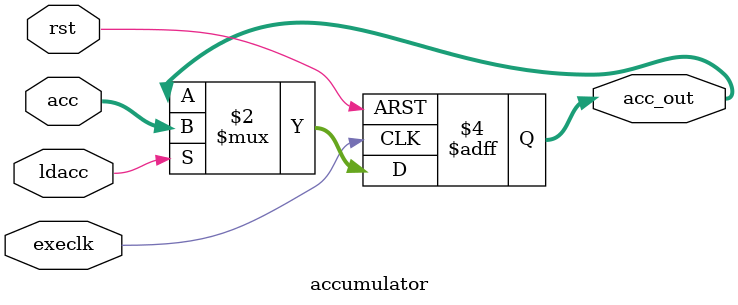
<source format=v>
module accumulator(
    input wire execlk,    // Clock input
    input wire ldacc,     // Load signal
    input wire rst,       // Reset signal
    input wire [31:0] acc,  // Input data
    output reg [31:0] acc_out  // Output data
);

always @(posedge execlk or posedge rst) begin
    if (rst) begin
        // Synchronous reset to zero
        acc_out <= 32'b0;
    end else if (ldacc) begin
        // Load the input into the accumulator when load signal is high
        acc_out <= acc;
    end
    // Else, retain the current value, effectively making this a register
end

endmodule

</source>
